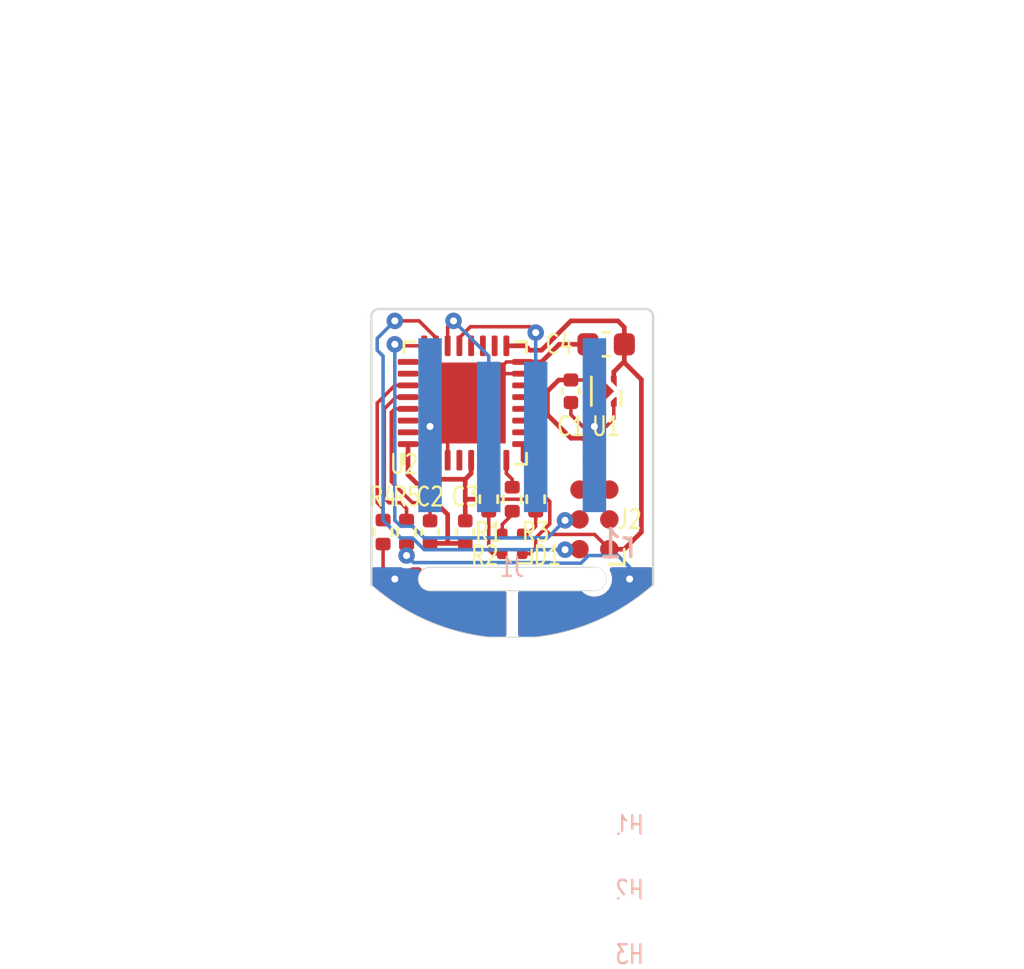
<source format=kicad_pcb>
(kicad_pcb (version 20221018) (generator pcbnew)
  (layers (0 "F.Cu" signal "Front") (31 "B.Cu" signal "Back") (34 "B.Paste" user) (35 "F.Paste" user) (36 "B.SilkS" user "B.Silkscreen") (37 "F.SilkS" user "F.Silkscreen") (38 "B.Mask" user) (39 "F.Mask" user) (44 "Edge.Cuts" user))
  (net 0 "")
  (net 1 "usb.pwr")
  (net 2 "usb.usb.dm")
  (net 3 "usb.usb.dp")
  (net 4 "gnd")
  (net 5 "rgb.red_res.a")
  (net 6 "rgb.signals.red")
  (net 7 "rgb.green_res.a")
  (net 8 "rgb.signals.green")
  (net 9 "rgb.blue_res.a")
  (net 10 "rgb.signals.blue")
  (net 11 "v3v3")
  (net 12 "ts1.io")
  (net 13 "mcu.ic.nrst")
  (net 14 "mcu.swd_node.swdio")
  (net 15 "mcu.swd_node.swclk")
  (net 16 "mcu.swd.swo")
  (net 17 "ts1.b")
  (net 18 "ts2.io")
  (net 19 "ts2.b")
  (net 20 "tss.io")
  (net 21 "mcu.swd.reset")
  (footprint "Resistor_SMD:R_0402_1005Metric" (layer "F.Cu") (at 151 108.1 90)
    (fp_text reference "R3" (at -1.4 0 180) (layer "F.SilkS") (effects (font (size 0.8 0.6) (thickness 0.1))))
    (fp_text value "")
    (fp_line (start -0.153641 -0.38) (end 0.153641 -0.38) (stroke (width 0.12)) (layer "F.SilkS"))
    (fp_line (start -0.153641 0.38) (end 0.153641 0.38) (stroke (width 0.12)) (layer "F.SilkS"))
    (pad "1" smd roundrect (at -0.51 0 90) (size 0.54 0.64) (layers "F.Cu" "F.Paste" "F.Mask") (net 9 "rgb.blue_res.a"))
    (pad "2" smd roundrect (at 0.51 0 90) (size 0.54 0.64) (layers "F.Cu" "F.Paste" "F.Mask") (net 10 "rgb.signals.blue"))
  )
  (footprint "Capacitor_SMD:C_0402_1005Metric" (layer "F.Cu") (at 152.5 103.5 90)
    (fp_text reference "C1" (at -1.5 0 180) (layer "F.SilkS") (effects (font (size 0.8 0.6) (thickness 0.1))))
    (fp_text value "")
    (fp_line (start -0.107836 -0.36) (end 0.107836 -0.36) (stroke (width 0.12)) (layer "F.SilkS"))
    (fp_line (start -0.107836 0.36) (end 0.107836 0.36) (stroke (width 0.12)) (layer "F.SilkS"))
    (pad "1" smd roundrect (at -0.48 0 90) (size 0.56 0.62) (layers "F.Cu" "F.Paste" "F.Mask") (net 1 "usb.pwr"))
    (pad "2" smd roundrect (at 0.48 0 90) (size 0.56 0.62) (layers "F.Cu" "F.Paste" "F.Mask") (net 4 "gnd"))
  )
  (footprint "Capacitor_SMD:C_0402_1005Metric" (layer "F.Cu") (at 146.5 109.5 -90)
    (fp_text reference "C2" (at -1.5 0 -180) (layer "F.SilkS") (effects (font (size 0.8 0.6) (thickness 0.1))))
    (fp_text value "")
    (fp_line (start -0.107836 -0.36) (end 0.107836 -0.36) (stroke (width 0.12)) (layer "F.SilkS"))
    (fp_line (start -0.107836 0.36) (end 0.107836 0.36) (stroke (width 0.12)) (layer "F.SilkS"))
    (pad "1" smd roundrect (at -0.48 0 270) (size 0.56 0.62) (layers "F.Cu" "F.Paste" "F.Mask") (net 20 "tss.io"))
    (pad "2" smd roundrect (at 0.48 0 270) (size 0.56 0.62) (layers "F.Cu" "F.Paste" "F.Mask") (net 4 "gnd"))
  )
  (footprint "Resistor_SMD:R_0402_1005Metric" (layer "F.Cu") (at 149 108.1 90)
    (fp_text reference "R1" (at -1.4 0 180) (layer "F.SilkS") (effects (font (size 0.8 0.6) (thickness 0.1))))
    (fp_text value "")
    (fp_line (start -0.153641 -0.38) (end 0.153641 -0.38) (stroke (width 0.12)) (layer "F.SilkS"))
    (fp_line (start -0.153641 0.38) (end 0.153641 0.38) (stroke (width 0.12)) (layer "F.SilkS"))
    (pad "1" smd roundrect (at -0.51 0 90) (size 0.54 0.64) (layers "F.Cu" "F.Paste" "F.Mask") (net 5 "rgb.red_res.a"))
    (pad "2" smd roundrect (at 0.51 0 90) (size 0.54 0.64) (layers "F.Cu" "F.Paste" "F.Mask") (net 6 "rgb.signals.red"))
  )
  (footprint "Package_DFN_QFN:UDFN-4-1EP_1x1mm_P0.65mm_EP0.48x0.48mm" (layer "F.Cu") (at 154 103.5 -90)
    (fp_text reference "U1" (at 1.5 0 -180) (layer "F.SilkS") (effects (font (size 0.8 0.6) (thickness 0.1))))
    (fp_text value "LP5907SNX-3.3/NOPB (Texas Instruments)")
    (fp_line (start 0.61 -0.63) (end 0 -0.63) (stroke (width 0.12)) (layer "F.SilkS"))
    (fp_line (start 0.61 0.63) (end -0.61 0.63) (stroke (width 0.12)) (layer "F.SilkS"))
    (pad "1" smd custom (at -0.54 -0.325 270) (size 0.22 0.25) (layers "F.Cu" "F.Paste" "F.Mask") (net 11 "v3v3") (options (clearance outline) (anchor rect)) (primitives (gr_poly (pts (xy 0.11 0.125) (xy 0.11 -0.125) (xy 0.36 -0.125)) (width 0) (fill yes))))
    (pad "2" smd custom (at -0.54 0.325 270) (size 0.22 0.25) (layers "F.Cu" "F.Paste" "F.Mask") (net 4 "gnd") (options (clearance outline) (anchor rect)) (primitives (gr_poly (pts (xy 0.29 0.055) (xy 0.29 0.125) (xy 0.11 0.125) (xy 0.11 -0.125)) (width 0) (fill yes))))
    (pad "3" smd custom (at 0.54 0.325 270) (size 0.22 0.25) (layers "F.Cu" "F.Paste" "F.Mask") (net 1 "usb.pwr") (options (clearance outline) (anchor rect)) (primitives (gr_poly (pts (xy -0.11 0.125) (xy -0.29 0.125) (xy -0.29 0.055) (xy -0.11 -0.125)) (width 0) (fill yes))))
    (pad "4" smd custom (at 0.54 -0.325 270) (size 0.22 0.25) (layers "F.Cu" "F.Paste" "F.Mask") (net 1 "usb.pwr") (options (clearance outline) (anchor rect)) (primitives (gr_poly (pts (xy -0.11 0.125) (xy -0.29 -0.055) (xy -0.29 -0.125) (xy -0.11 -0.125)) (width 0) (fill yes))))
    (pad "5" smd rect (at 0 0 315) (size 0.48 0.48) (layers "F.Cu" "F.Paste" "F.Mask") (net 4 "gnd"))
  )
  (footprint "Resistor_SMD:R_0402_1005Metric" (layer "F.Cu") (at 144.5 109.5 -90)
    (fp_text reference "R4" (at -1.5 0 -180) (layer "F.SilkS") (effects (font (size 0.8 0.6) (thickness 0.1))))
    (fp_text value "")
    (fp_line (start -0.153641 -0.38) (end 0.153641 -0.38) (stroke (width 0.12)) (layer "F.SilkS"))
    (fp_line (start -0.153641 0.38) (end 0.153641 0.38) (stroke (width 0.12)) (layer "F.SilkS"))
    (pad "1" smd roundrect (at -0.51 0 270) (size 0.54 0.64) (layers "F.Cu" "F.Paste" "F.Mask") (net 12 "ts1.io"))
    (pad "2" smd roundrect (at 0.51 0 270) (size 0.54 0.64) (layers "F.Cu" "F.Paste" "F.Mask") (net 17 "ts1.b"))
  )
  (footprint "Capacitor_SMD:C_0402_1005Metric" (layer "F.Cu") (at 148 109.5 -90)
    (fp_text reference "C3" (at -1.5 0 -180) (layer "F.SilkS") (effects (font (size 0.8 0.6) (thickness 0.1))))
    (fp_text value "")
    (fp_line (start -0.107836 -0.36) (end 0.107836 -0.36) (stroke (width 0.12)) (layer "F.SilkS"))
    (fp_line (start -0.107836 0.36) (end 0.107836 0.36) (stroke (width 0.12)) (layer "F.SilkS"))
    (pad "1" smd roundrect (at -0.48 0 270) (size 0.56 0.62) (layers "F.Cu" "F.Paste" "F.Mask") (net 11 "v3v3"))
    (pad "2" smd roundrect (at 0.48 0 270) (size 0.56 0.62) (layers "F.Cu" "F.Paste" "F.Mask") (net 4 "gnd"))
  )
  (footprint "LED_SMD:LED_Lumex_SML-LX0404SIUPGUSB" (layer "F.Cu") (at 150 110 180)
    (fp_text reference "D1" (at -1.5 -0.5) (layer "F.SilkS") (effects (font (size 0.8 0.6) (thickness 0.1))))
    (fp_text value "FC-B1010RGBT-HG (Foshan NationStar Optoelectronics)")
    (fp_line (start -0.825 -0.825) (end -0.825 -0.25) (stroke (width 0.1)) (layer "F.SilkS"))
    (fp_line (start -0.25 -0.825) (end -0.825 -0.825) (stroke (width 0.1)) (layer "F.SilkS"))
    (pad "1" smd roundrect (at -0.425 -0.425 180) (size 0.45 0.45) (layers "F.Cu" "F.Paste" "F.Mask") (net 11 "v3v3"))
    (pad "2" smd roundrect (at 0.425 -0.425 180) (size 0.45 0.45) (layers "F.Cu" "F.Paste" "F.Mask") (net 5 "rgb.red_res.a"))
    (pad "3" smd roundrect (at 0.425 0.425 180) (size 0.45 0.45) (layers "F.Cu" "F.Paste" "F.Mask") (net 7 "rgb.green_res.a"))
    (pad "4" smd roundrect (at -0.425 0.425 180) (size 0.45 0.45) (layers "F.Cu" "F.Paste" "F.Mask") (net 9 "rgb.blue_res.a"))
  )
  (footprint "Capacitor_SMD:C_0603_1608Metric" (layer "F.Cu") (at 154 101.5 180)
    (fp_text reference "C4" (at 2 0) (layer "F.SilkS") (effects (font (size 0.8 0.6) (thickness 0.1))))
    (fp_text value "")
    (fp_line (start -0.14058 -0.51) (end 0.14058 -0.51) (stroke (width 0.12)) (layer "F.SilkS"))
    (fp_line (start -0.14058 0.51) (end 0.14058 0.51) (stroke (width 0.12)) (layer "F.SilkS"))
    (pad "1" smd roundrect (at -0.775 0 180) (size 0.9 0.95) (layers "F.Cu" "F.Paste" "F.Mask") (net 11 "v3v3"))
    (pad "2" smd roundrect (at 0.775 0 180) (size 0.9 0.95) (layers "F.Cu" "F.Paste" "F.Mask") (net 4 "gnd"))
  )
  (footprint "Package_DFN_QFN:QFN-32-1EP_5x5mm_P0.5mm_EP3.45x3.45mm" (layer "F.Cu") (at 148 104 90)
    (fp_text reference "U2" (at -2.61 -2.61 180) (layer "F.SilkS") (effects (font (size 0.8 0.6) (thickness 0.1))))
    (fp_text value "STM32L432Kxxx (STMicroelectronics)")
    (fp_line (start -2.61 2.61) (end -2.61 2.135) (stroke (width 0.12)) (layer "F.SilkS"))
    (fp_line (start -2.135 -2.61) (end -2.61 -2.61) (stroke (width 0.12)) (layer "F.SilkS"))
    (fp_line (start -2.135 2.61) (end -2.61 2.61) (stroke (width 0.12)) (layer "F.SilkS"))
    (fp_line (start 2.135 -2.61) (end 2.61 -2.61) (stroke (width 0.12)) (layer "F.SilkS"))
    (fp_line (start 2.135 2.61) (end 2.61 2.61) (stroke (width 0.12)) (layer "F.SilkS"))
    (fp_line (start 2.61 -2.61) (end 2.61 -2.135) (stroke (width 0.12)) (layer "F.SilkS"))
    (fp_line (start 2.61 2.61) (end 2.61 2.135) (stroke (width 0.12)) (layer "F.SilkS"))
    (pad "1" smd roundrect (at -2.4375 -1.75 90) (size 0.875 0.25) (layers "F.Cu" "F.Paste" "F.Mask") (net 11 "v3v3"))
    (pad "2" smd roundrect (at -2.4375 -1.25 90) (size 0.875 0.25) (layers "F.Cu" "F.Paste" "F.Mask"))
    (pad "3" smd roundrect (at -2.4375 -0.75 90) (size 0.875 0.25) (layers "F.Cu" "F.Paste" "F.Mask") (net 4 "gnd"))
    (pad "4" smd roundrect (at -2.4375 -0.25 90) (size 0.875 0.25) (layers "F.Cu" "F.Paste" "F.Mask") (net 13 "mcu.ic.nrst"))
    (pad "5" smd roundrect (at -2.4375 0.25 90) (size 0.875 0.25) (layers "F.Cu" "F.Paste" "F.Mask") (net 11 "v3v3"))
    (pad "6" smd roundrect (at -2.4375 0.75 90) (size 0.875 0.25) (layers "F.Cu" "F.Paste" "F.Mask"))
    (pad "7" smd roundrect (at -2.4375 1.25 90) (size 0.875 0.25) (layers "F.Cu" "F.Paste" "F.Mask") (net 6 "rgb.signals.red"))
    (pad "8" smd roundrect (at -2.4375 1.75 90) (size 0.875 0.25) (layers "F.Cu" "F.Paste" "F.Mask") (net 8 "rgb.signals.green"))
    (pad "9" smd roundrect (at -1.75 2.4375 90) (size 0.25 0.875) (layers "F.Cu" "F.Paste" "F.Mask") (net 10 "rgb.signals.blue"))
    (pad "10" smd roundrect (at -1.25 2.4375 90) (size 0.25 0.875) (layers "F.Cu" "F.Paste" "F.Mask"))
    (pad "11" smd roundrect (at -0.75 2.4375 90) (size 0.25 0.875) (layers "F.Cu" "F.Paste" "F.Mask"))
    (pad "12" smd roundrect (at -0.25 2.4375 90) (size 0.25 0.875) (layers "F.Cu" "F.Paste" "F.Mask"))
    (pad "13" smd roundrect (at 0.25 2.4375 90) (size 0.25 0.875) (layers "F.Cu" "F.Paste" "F.Mask"))
    (pad "14" smd roundrect (at 0.75 2.4375 90) (size 0.25 0.875) (layers "F.Cu" "F.Paste" "F.Mask"))
    (pad "15" smd roundrect (at 1.25 2.4375 90) (size 0.25 0.875) (layers "F.Cu" "F.Paste" "F.Mask") (net 4 "gnd"))
    (pad "16" smd roundrect (at 1.75 2.4375 90) (size 0.25 0.875) (layers "F.Cu" "F.Paste" "F.Mask") (net 4 "gnd"))
    (pad "17" smd roundrect (at 2.4375 1.75 90) (size 0.875 0.25) (layers "F.Cu" "F.Paste" "F.Mask") (net 11 "v3v3"))
    (pad "18" smd roundrect (at 2.4375 1.25 90) (size 0.875 0.25) (layers "F.Cu" "F.Paste" "F.Mask"))
    (pad "19" smd roundrect (at 2.4375 0.75 90) (size 0.875 0.25) (layers "F.Cu" "F.Paste" "F.Mask"))
    (pad "20" smd roundrect (at 2.4375 0.25 90) (size 0.875 0.25) (layers "F.Cu" "F.Paste" "F.Mask"))
    (pad "21" smd roundrect (at 2.4375 -0.25 90) (size 0.875 0.25) (layers "F.Cu" "F.Paste" "F.Mask") (net 2 "usb.usb.dm"))
    (pad "22" smd roundrect (at 2.4375 -0.75 90) (size 0.875 0.25) (layers "F.Cu" "F.Paste" "F.Mask") (net 3 "usb.usb.dp"))
    (pad "23" smd roundrect (at 2.4375 -1.25 90) (size 0.875 0.25) (layers "F.Cu" "F.Paste" "F.Mask") (net 14 "mcu.swd_node.swdio"))
    (pad "24" smd roundrect (at 2.4375 -1.75 90) (size 0.875 0.25) (layers "F.Cu" "F.Paste" "F.Mask") (net 15 "mcu.swd_node.swclk"))
    (pad "25" smd roundrect (at 1.75 -2.4375 90) (size 0.25 0.875) (layers "F.Cu" "F.Paste" "F.Mask"))
    (pad "26" smd roundrect (at 1.25 -2.4375 90) (size 0.25 0.875) (layers "F.Cu" "F.Paste" "F.Mask"))
    (pad "27" smd roundrect (at 0.75 -2.4375 90) (size 0.25 0.875) (layers "F.Cu" "F.Paste" "F.Mask") (net 12 "ts1.io"))
    (pad "28" smd roundrect (at 0.25 -2.4375 90) (size 0.25 0.875) (layers "F.Cu" "F.Paste" "F.Mask") (net 18 "ts2.io"))
    (pad "29" smd roundrect (at -0.25 -2.4375 90) (size 0.25 0.875) (layers "F.Cu" "F.Paste" "F.Mask") (net 20 "tss.io"))
    (pad "30" smd roundrect (at -0.75 -2.4375 90) (size 0.25 0.875) (layers "F.Cu" "F.Paste" "F.Mask"))
    (pad "31" smd roundrect (at -1.25 -2.4375 90) (size 0.25 0.875) (layers "F.Cu" "F.Paste" "F.Mask"))
    (pad "32" smd roundrect (at -1.75 -2.4375 90) (size 0.25 0.875) (layers "F.Cu" "F.Paste" "F.Mask") (net 4 "gnd"))
    (pad "33" smd rect (at 0 0 90) (size 3.45 3.45) (layers "F.Cu" "F.Mask") (net 4 "gnd"))
  )
  (footprint "Connector:Tag-Connect_TC2030-IDC-NL_2x03_P1.27mm_Vertical" (layer "F.Cu") (at 153.5 108.96 90)
    (fp_text reference "J2" (at 0 1.5 180) (layer "F.SilkS") (effects (font (size 0.8 0.6) (thickness 0.1))))
    (fp_text value "")
    (fp_line (start -1.905 1.27) (end -1.905 0.635) (stroke (width 0.12)) (layer "F.SilkS"))
    (fp_line (start -1.27 1.27) (end -1.905 1.27) (stroke (width 0.12)) (layer "F.SilkS"))
    (pad "" np_thru_hole circle (at -2.54 0 90) (size 0.9906 0.9906) (drill 0.9906) (layers "*.Cu" "*.Mask"))
    (pad "" np_thru_hole circle (at 2.54 -1.016 90) (size 0.9906 0.9906) (drill 0.9906) (layers "*.Cu" "*.Mask"))
    (pad "" np_thru_hole circle (at 2.54 1.016 90) (size 0.9906 0.9906) (drill 0.9906) (layers "*.Cu" "*.Mask"))
    (pad "1" connect circle (at -1.27 0.635 90) (size 0.7874 0.7874) (layers "F.Cu" "F.Mask") (net 11 "v3v3"))
    (pad "2" connect circle (at -1.27 -0.635 90) (size 0.7874 0.7874) (layers "F.Cu" "F.Mask") (net 14 "mcu.swd_node.swdio"))
    (pad "3" connect circle (at 0 0.635 90) (size 0.7874 0.7874) (layers "F.Cu" "F.Mask") (net 21 "mcu.swd.reset"))
    (pad "4" connect circle (at 0 -0.635 90) (size 0.7874 0.7874) (layers "F.Cu" "F.Mask") (net 15 "mcu.swd_node.swclk"))
    (pad "5" connect circle (at 1.27 0.635 90) (size 0.7874 0.7874) (layers "F.Cu" "F.Mask") (net 4 "gnd"))
    (pad "6" connect circle (at 1.27 -0.635 90) (size 0.7874 0.7874) (layers "F.Cu" "F.Mask") (net 16 "mcu.swd.swo"))
    (zone (net 0) (net_name "") (layer "F.Cu") (connect_pads (clearance 0)) (min_thickness 0.254)
      (keepout (tracks allowed) (vias not_allowed) (pads allowed) (copperpour not_allowed) (footprints not_allowed))
      (fill (thermal_gap 0.508) (thermal_bridge_width 0.508))
      (polygon (pts (xy 152.865 107.69) (xy 152.865 110.23) (xy 154.135 110.23) (xy 154.135 107.69)))
    )
  )
  (footprint "Resistor_SMD:R_0402_1005Metric" (layer "F.Cu") (at 150 108.1 90)
    (fp_text reference "R2" (at -2.4 -1.17 180) (layer "F.SilkS") (effects (font (size 0.8 0.6) (thickness 0.1))))
    (fp_text value "")
    (fp_line (start -0.153641 -0.38) (end 0.153641 -0.38) (stroke (width 0.12)) (layer "F.SilkS"))
    (fp_line (start -0.153641 0.38) (end 0.153641 0.38) (stroke (width 0.12)) (layer "F.SilkS"))
    (pad "1" smd roundrect (at -0.51 0 90) (size 0.54 0.64) (layers "F.Cu" "F.Paste" "F.Mask") (net 7 "rgb.green_res.a"))
    (pad "2" smd roundrect (at 0.51 0 90) (size 0.54 0.64) (layers "F.Cu" "F.Paste" "F.Mask") (net 8 "rgb.signals.green"))
  )
  (footprint "Resistor_SMD:R_0402_1005Metric" (layer "F.Cu") (at 145.5 109.5 -90)
    (fp_text reference "R5" (at -1.5 0 -180) (layer "F.SilkS") (effects (font (size 0.8 0.6) (thickness 0.1))))
    (fp_text value "")
    (fp_line (start -0.153641 -0.38) (end 0.153641 -0.38) (stroke (width 0.12)) (layer "F.SilkS"))
    (fp_line (start -0.153641 0.38) (end 0.153641 0.38) (stroke (width 0.12)) (layer "F.SilkS"))
    (pad "1" smd roundrect (at -0.51 0 270) (size 0.54 0.64) (layers "F.Cu" "F.Paste" "F.Mask") (net 18 "ts2.io"))
    (pad "2" smd roundrect (at 0.51 0 270) (size 0.54 0.64) (layers "F.Cu" "F.Paste" "F.Mask") (net 19 "ts2.b"))
  )
  (footprint "edg:USB_A_Pads" (layer "B.Cu") (at 150 100 180)
    (fp_text reference "J1" (at 0 -11 unlocked) (layer "B.SilkS") (effects (font (size 0.8 0.6) (thickness 0.1)) (justify mirror)))
    (fp_text value "USB A pads")
    (fp_line (start -6 -0.315) (end -6 -11.75) (stroke (width 0.1)) (layer "Edge.Cuts"))
    (fp_line (start -5.685 0) (end 5.685 0) (stroke (width 0.1)) (layer "Edge.Cuts"))
    (fp_line (start 6 -0.315) (end 6 -11.75) (stroke (width 0.1)) (layer "Edge.Cuts"))
    (fp_arc (start -5.685 0) (mid -5.907739 -0.092261) (end -6 -0.315) (stroke (width 0.1)) (layer "Edge.Cuts"))
    (fp_arc (start 6 -0.315) (mid 5.907739 -0.092261) (end 5.685 0) (stroke (width 0.1)) (layer "Edge.Cuts"))
    (pad "1" smd rect (at -3.5 -4.945 180) (size 1 7.41) (layers "B.Cu" "B.Mask") (net 1 "usb.pwr"))
    (pad "2" smd rect (at -1 -5.445 180) (size 1 6.41) (layers "B.Cu" "B.Mask") (net 2 "usb.usb.dm"))
    (pad "3" smd rect (at 1 -5.445 180) (size 1 6.41) (layers "B.Cu" "B.Mask") (net 3 "usb.usb.dp"))
    (pad "4" smd rect (at 3.5 -4.945 180) (size 1 7.41) (layers "B.Cu" "B.Mask") (net 4 "gnd"))
  )
  (footprint "edg:JlcToolingHole_1.152mm" (layer "B.Cu") (at 155 122.75 180)
    (fp_text reference "H2" (at 0 -2) (layer "B.SilkS") (effects (font (size 0.8 0.6) (thickness 0.1)) (justify mirror)))
    (fp_text value "")
    (pad "" np_thru_hole circle (at 0 0 180) (size 1.152 1.152) (drill 1.152) (layers "*.Cu" "*.Mask"))
  )
  (footprint "edg:JlcToolingHole_1.152mm" (layer "B.Cu") (at 155 125.5 180)
    (fp_text reference "H3" (at 0 -2) (layer "B.SilkS") (effects (font (size 0.8 0.6) (thickness 0.1)) (justify mirror)))
    (fp_text value "")
    (pad "" np_thru_hole circle (at 0 0 180) (size 1.152 1.152) (drill 1.152) (layers "*.Cu" "*.Mask"))
  )
  (footprint "edg:JlcToolingHole_1.152mm" (layer "B.Cu") (at 155 120 180)
    (fp_text reference "H1" (at 0 -2) (layer "B.SilkS") (effects (font (size 0.8 0.6) (thickness 0.1)) (justify mirror)))
    (fp_text value "")
    (pad "" np_thru_hole circle (at 0 0 180) (size 1.152 1.152) (drill 1.152) (layers "*.Cu" "*.Mask"))
  )
  (gr_arc (start 155.999999 111.749999) (mid 153.671607 113.251168) (end 150.997722 113.975914) (stroke (width 0.0381)) (layer "Edge.Cuts"))
  (gr_arc (start 153.5 111) (mid 154 111.5) (end 153.5 112) (stroke (width 0.0381)) (layer "Edge.Cuts"))
  (gr_line (start 146.5 111) (end 153.5 111) (stroke (width 0.0381)) (layer "Edge.Cuts"))
  (gr_arc (start 146.5 112) (mid 146 111.5) (end 146.5 111) (stroke (width 0.0381)) (layer "Edge.Cuts"))
  (gr_line (start 153.5 112) (end 146.5 112) (stroke (width 0.0381)) (layer "Edge.Cuts"))
  (gr_arc (start 149.002278 113.975914) (mid 146.328393 113.251168) (end 144.000001 111.749999) (stroke (width 0.0381)) (layer "Edge.Cuts"))
  (gr_line (start 149.002278 113.975914) (end 150.997722 113.975914) (stroke (width 0.0381)) (layer "Edge.Cuts"))
  (gr_text "r1" (at 154.5 110) (layer "B.SilkS") (effects (font (size 1.2 1)) (justify mirror)))
  (segment (start 154.325 104.25) (end 154.325 104.04) (width 0.15) (layer "F.Cu") (net 1))
  (segment (start 154 105) (end 153 105) (width 0.15) (layer "F.Cu") (net 1))
  (segment (start 152.5 103.98) (end 152.5 104.5) (width 0.15) (layer "F.Cu") (net 1))
  (segment (start 153.675 104.04) (end 153.675 104.825) (width 0.15) (layer "F.Cu") (net 1))
  (segment (start 154.325 104.25) (end 154.325 104.675) (width 0.15) (layer "F.Cu") (net 1))
  (segment (start 153.675 104.825) (end 153.5 105) (width 0.15) (layer "F.Cu") (net 1))
  (segment (start 154.325 104.675) (end 154 105) (width 0.15) (layer "F.Cu") (net 1))
  (segment (start 152.5 104.5) (end 153 105) (width 0.15) (layer "F.Cu") (net 1))
  (via (at 153.5 105) (size 0.7) (drill 0.3) (layers "F.Cu" "B.Cu") (net 1))
  (segment (start 153.5 104.945) (end 153.5 105) (width 0.15) (layer "B.Cu") (net 1))
  (segment (start 150.75 100.75) (end 151 101) (width 0.15) (layer "F.Cu") (net 2))
  (segment (start 147.75 101.5625) (end 147.75 101.25) (width 0.15) (layer "F.Cu") (net 2))
  (segment (start 147.75 101.25) (end 147.734207 101.234207) (width 0.15) (layer "F.Cu") (net 2))
  (segment (start 147.734207 101.234207) (end 148.218414 100.75) (width 0.15) (layer "F.Cu") (net 2))
  (segment (start 148.218414 100.75) (end 150.75 100.75) (width 0.15) (layer "F.Cu") (net 2))
  (via (at 151 101) (size 0.7) (drill 0.3) (layers "F.Cu" "B.Cu") (net 2))
  (segment (start 151 101) (end 151 105.445) (width 0.15) (layer "B.Cu") (net 2))
  (segment (start 147.25 100.75) (end 147.5 100.5) (width 0.15) (layer "F.Cu") (net 3))
  (segment (start 147.25 101.5625) (end 147.25 100.75) (width 0.15) (layer "F.Cu") (net 3))
  (via (at 147.5 100.5) (size 0.7) (drill 0.3) (layers "F.Cu" "B.Cu") (net 3))
  (segment (start 147.5 100.5) (end 149 102) (width 0.15) (layer "B.Cu") (net 3))
  (segment (start 149 102) (end 149 105.445) (width 0.15) (layer "B.Cu") (net 3))
  (segment (start 152.5 103.02) (end 151.98 103.02) (width 0.2) (layer "F.Cu") (net 4))
  (segment (start 148 109.98) (end 146.5 109.98) (width 0.2) (layer "F.Cu") (net 4))
  (segment (start 153.225 101.5) (end 153.225 102.225) (width 0.2) (layer "F.Cu") (net 4))
  (segment (start 154 103.5) (end 153.675 103.175) (width 0.15) (layer "F.Cu") (net 4))
  (segment (start 152.5 103.02) (end 153.615 103.02) (width 0.15) (layer "F.Cu") (net 4))
  (segment (start 152.5 105.5) (end 153 105.5) (width 0.2) (layer "F.Cu") (net 4))
  (segment (start 153.675 102.675) (end 153.675 102.96) (width 0.2) (layer "F.Cu") (net 4))
  (segment (start 153.225 102.225) (end 153.675 102.675) (width 0.2) (layer "F.Cu") (net 4))
  (segment (start 146.5 109.98) (end 147.25 109.98) (width 0.15) (layer "F.Cu") (net 4))
  (segment (start 153.5 107.055) (end 154.135 107.69) (width 0.2) (layer "F.Cu") (net 4))
  (segment (start 147.5 104) (end 146.5 105) (width 0.15) (layer "F.Cu") (net 4))
  (segment (start 147.25 109.98) (end 147.25 108.75) (width 0.2) (layer "F.Cu") (net 4))
  (segment (start 147.25 108.75) (end 145.5625 107.0625) (width 0.2) (layer "F.Cu") (net 4))
  (segment (start 153.225 101.5) (end 152 101.5) (width 0.2) (layer "F.Cu") (net 4))
  (segment (start 152 101.5) (end 151.25 102.25) (width 0.2) (layer "F.Cu") (net 4))
  (segment (start 146.25 105.75) (end 148 104) (width 0.15) (layer "F.Cu") (net 4))
  (segment (start 151.5 103.5) (end 151.5 104.5) (width 0.2) (layer "F.Cu") (net 4))
  (segment (start 153.615 103.02) (end 153.675 102.96) (width 0.15) (layer "F.Cu") (net 4))
  (segment (start 147.25 106.4375) (end 147.25 105.5) (width 0.15) (layer "F.Cu") (net 4))
  (segment (start 151.25 102.25) (end 150.4375 102.25) (width 0.2) (layer "F.Cu") (net 4))
  (segment (start 153.5 106) (end 153.5 107.055) (width 0.2) (layer "F.Cu") (net 4))
  (segment (start 153 105.5) (end 153.5 106) (width 0.2) (layer "F.Cu") (net 4))
  (segment (start 148 104) (end 149.75 102.25) (width 0.15) (layer "F.Cu") (net 4))
  (segment (start 145.5625 107.0625) (end 145.5625 105.75) (width 0.2) (layer "F.Cu") (net 4))
  (segment (start 153.675 103.175) (end 153.675 102.96) (width 0.15) (layer "F.Cu") (net 4))
  (segment (start 147.25 109.98) (end 148 109.98) (width 0.15) (layer "F.Cu") (net 4))
  (segment (start 145.5625 105.75) (end 146.25 105.75) (width 0.15) (layer "F.Cu") (net 4))
  (segment (start 148 104) (end 147.5 104) (width 0.15) (layer "F.Cu") (net 4))
  (segment (start 149.75 102.25) (end 150.4375 102.25) (width 0.15) (layer "F.Cu") (net 4))
  (segment (start 150.4375 102.75) (end 149.5 102.75) (width 0.15) (layer "F.Cu") (net 4))
  (segment (start 151.5 104.5) (end 152.5 105.5) (width 0.2) (layer "F.Cu") (net 4))
  (segment (start 151.98 103.02) (end 151.5 103.5) (width 0.2) (layer "F.Cu") (net 4))
  (via (at 146.5 105) (size 0.7) (drill 0.3) (layers "F.Cu" "B.Cu") (net 4))
  (segment (start 149 110.25) (end 149 108.61) (width 0.15) (layer "F.Cu") (net 5))
  (segment (start 149.175 110.425) (end 149 110.25) (width 0.15) (layer "F.Cu") (net 5))
  (segment (start 149.575 110.425) (end 149.175 110.425) (width 0.15) (layer "F.Cu") (net 5))
  (segment (start 149 107.25) (end 149.25 107) (width 0.15) (layer "F.Cu") (net 6))
  (segment (start 149.25 107) (end 149.25 106.4375) (width 0.15) (layer "F.Cu") (net 6))
  (segment (start 149 107.59) (end 149 107.25) (width 0.15) (layer "F.Cu") (net 6))
  (segment (start 150 108.75) (end 149.575 109.175) (width 0.15) (layer "F.Cu") (net 7))
  (segment (start 150 108.61) (end 150 108.75) (width 0.15) (layer "F.Cu") (net 7))
  (segment (start 149.575 109.175) (end 149.575 109.575) (width 0.15) (layer "F.Cu") (net 7))
  (segment (start 150 107.25) (end 150 107.59) (width 0.15) (layer "F.Cu") (net 8))
  (segment (start 149.75 107) (end 150 107.25) (width 0.15) (layer "F.Cu") (net 8))
  (segment (start 149.75 106.4375) (end 149.75 107) (width 0.15) (layer "F.Cu") (net 8))
  (segment (start 151 109.25) (end 151 108.61) (width 0.15) (layer "F.Cu") (net 9))
  (segment (start 150.675 109.575) (end 151 109.25) (width 0.15) (layer "F.Cu") (net 9))
  (segment (start 150.425 109.575) (end 150.675 109.575) (width 0.15) (layer "F.Cu") (net 9))
  (segment (start 151 107) (end 151 107.59) (width 0.15) (layer "F.Cu") (net 10))
  (segment (start 150.4375 106.4375) (end 151 107) (width 0.15) (layer "F.Cu") (net 10))
  (segment (start 150.4375 105.75) (end 150.4375 106.4375) (width 0.15) (layer "F.Cu") (net 10))
  (segment (start 153.505 109.6) (end 154.135 110.23) (width 0.15) (layer "F.Cu") (net 11))
  (segment (start 152.5 109.6) (end 152 109.6) (width 0.15) (layer "F.Cu") (net 11))
  (segment (start 146.5 107.25) (end 146.25 107) (width 0.2) (layer "F.Cu") (net 11))
  (segment (start 148 107.25) (end 146.5 107.25) (width 0.2) (layer "F.Cu") (net 11))
  (segment (start 154.775 102.225) (end 154.775 101.5) (width 0.2) (layer "F.Cu") (net 11))
  (segment (start 148.25 107) (end 148 107.25) (width 0.2) (layer "F.Cu") (net 11))
  (segment (start 155.5 109.5) (end 154.77 110.23) (width 0.2) (layer "F.Cu") (net 11))
  (segment (start 148 108.093998) (end 148 109.02) (width 0.2) (layer "F.Cu") (net 11))
  (segment (start 154.775 100.775) (end 154.775 101.5) (width 0.2) (layer "F.Cu") (net 11))
  (segment (start 152 109.6) (end 151.6 109.6) (width 0.15) (layer "F.Cu") (net 11))
  (segment (start 155.5 103) (end 154.775 102.275) (width 0.2) (layer "F.Cu") (net 11))
  (segment (start 148.25 106.4375) (end 148.25 107) (width 0.2) (layer "F.Cu") (net 11))
  (segment (start 151.6 108.2) (end 151.5 108.1) (width 0.15) (layer "F.Cu") (net 11))
  (segment (start 151 110.175) (end 150.9625 110.2125) (width 0.15) (layer "F.Cu") (net 11))
  (segment (start 155.5 103) (end 155.5 109.5) (width 0.2) (layer "F.Cu") (net 11))
  (segment (start 154.325 102.675) (end 154.775 102.225) (width 0.2) (layer "F.Cu") (net 11))
  (segment (start 150.425 110.425) (end 150.75 110.425) (width 0.15) (layer "F.Cu") (net 11))
  (segment (start 151.6 109.15) (end 151.6 108.2) (width 0.15) (layer "F.Cu") (net 11))
  (segment (start 148 107.25) (end 148 108.093998) (width 0.2) (layer "F.Cu") (net 11))
  (segment (start 151.5 108.1) (end 148.5 108.1) (width 0.15) (layer "F.Cu") (net 11))
  (segment (start 150.5625 101.5625) (end 150.75 101.75) (width 0.2) (layer "F.Cu") (net 11))
  (segment (start 151.375 109.375) (end 151.6 109.15) (width 0.15) (layer "F.Cu") (net 11))
  (segment (start 150.9625 110.2125) (end 150.75 110.425) (width 0.15) (layer "F.Cu") (net 11))
  (segment (start 150.75 101.75) (end 151.25 101.75) (width 0.2) (layer "F.Cu") (net 11))
  (segment (start 151.375 109.375) (end 151 109.75) (width 0.15) (layer "F.Cu") (net 11))
  (segment (start 149.75 101.5625) (end 150.5625 101.5625) (width 0.2) (layer "F.Cu") (net 11))
  (segment (start 154.77 110.23) (end 154.135 110.23) (width 0.2) (layer "F.Cu") (net 11))
  (segment (start 152.5 109.6) (end 153.505 109.6) (width 0.15) (layer "F.Cu") (net 11))
  (segment (start 148.006002 108.1) (end 148 108.093998) (width 0.2) (layer "F.Cu") (net 11))
  (segment (start 148.5 108.1) (end 148.006002 108.1) (width 0.2) (layer "F.Cu") (net 11))
  (segment (start 151.25 101.75) (end 152.5 100.5) (width 0.2) (layer "F.Cu") (net 11))
  (segment (start 151 109.75) (end 151 110.175) (width 0.15) (layer "F.Cu") (net 11))
  (segment (start 154.325 102.96) (end 154.325 102.675) (width 0.2) (layer "F.Cu") (net 11))
  (segment (start 152.5 100.5) (end 154.5 100.5) (width 0.2) (layer "F.Cu") (net 11))
  (segment (start 146.25 106.4375) (end 146.25 107) (width 0.2) (layer "F.Cu") (net 11))
  (segment (start 154.775 102.275) (end 154.775 102.225) (width 0.2) (layer "F.Cu") (net 11))
  (segment (start 151.6 109.6) (end 151.375 109.375) (width 0.15) (layer "F.Cu") (net 11))
  (segment (start 154.5 100.5) (end 154.775 100.775) (width 0.2) (layer "F.Cu") (net 11))
  (segment (start 145.5 103.25) (end 145 103.25) (width 0.15) (layer "F.Cu") (net 12))
  (segment (start 145 103.25) (end 144.25 104) (width 0.15) (layer "F.Cu") (net 12))
  (segment (start 144.25 104) (end 144.25 108.25) (width 0.15) (layer "F.Cu") (net 12))
  (segment (start 144.5 108.5) (end 144.5 108.99) (width 0.15) (layer "F.Cu") (net 12))
  (segment (start 144.25 108.25) (end 144.5 108.5) (width 0.15) (layer "F.Cu") (net 12))
  (segment (start 152.25 110.25) (end 152.27 110.23) (width 0.15) (layer "F.Cu") (net 14))
  (segment (start 146.031586 100.5) (end 146.75 101.218414) (width 0.15) (layer "F.Cu") (net 14))
  (segment (start 145 100.5) (end 146.031586 100.5) (width 0.15) (layer "F.Cu") (net 14))
  (segment (start 146.75 101.218414) (end 146.75 101.5625) (width 0.15) (layer "F.Cu") (net 14))
  (segment (start 152.27 110.23) (end 152.865 110.23) (width 0.15) (layer "F.Cu") (net 14))
  (via (at 145 100.5) (size 0.7) (drill 0.3) (layers "F.Cu" "B.Cu") (net 14))
  (via (at 152.25 110.25) (size 0.7) (drill 0.3) (layers "F.Cu" "B.Cu") (net 14))
  (segment (start 144.5 102) (end 144.25 101.75) (width 0.15) (layer "B.Cu") (net 14))
  (segment (start 144.5 109) (end 144.5 102) (width 0.15) (layer "B.Cu") (net 14))
  (segment (start 152.25 110.25) (end 146.25 110.25) (width 0.15) (layer "B.Cu") (net 14))
  (segment (start 144.25 101.75) (end 144.25 101.25) (width 0.15) (layer "B.Cu") (net 14))
  (segment (start 145.25 109.75) (end 144.5 109) (width 0.15) (layer "B.Cu") (net 14))
  (segment (start 145.75 109.75) (end 145.25 109.75) (width 0.15) (layer "B.Cu") (net 14))
  (segment (start 144.25 101.25) (end 145 100.5) (width 0.15) (layer "B.Cu") (net 14))
  (segment (start 146.25 110.25) (end 145.75 109.75) (width 0.15) (layer "B.Cu") (net 14))
  (segment (start 145.0625 101.5625) (end 146.25 101.5625) (width 0.15) (layer "F.Cu") (net 15))
  (segment (start 152.29 108.96) (end 152.865 108.96) (width 0.15) (layer "F.Cu") (net 15))
  (segment (start 145 101.5) (end 145.0625 101.5625) (width 0.15) (layer "F.Cu") (net 15))
  (segment (start 152.25 109) (end 152.29 108.96) (width 0.15) (layer "F.Cu") (net 15))
  (via (at 152.25 109) (size 0.7) (drill 0.3) (layers "F.Cu" "B.Cu") (net 15))
  (via (at 145 101.5) (size 0.7) (drill 0.3) (layers "F.Cu" "B.Cu") (net 15))
  (segment (start 146.25 109.75) (end 145.75 109.25) (width 0.15) (layer "B.Cu") (net 15))
  (segment (start 152.25 109) (end 151.5 109.75) (width 0.15) (layer "B.Cu") (net 15))
  (segment (start 145.75 109.25) (end 145.25 109.25) (width 0.15) (layer "B.Cu") (net 15))
  (segment (start 151.5 109.75) (end 146.25 109.75) (width 0.15) (layer "B.Cu") (net 15))
  (segment (start 145 109) (end 145 101.5) (width 0.15) (layer "B.Cu") (net 15))
  (segment (start 145.25 109.25) (end 145 109) (width 0.15) (layer "B.Cu") (net 15))
  (segment (start 145 111.5) (end 144.5 111) (width 0.15) (layer "F.Cu") (net 17))
  (segment (start 144.5 111) (end 144.5 110.01) (width 0.15) (layer "F.Cu") (net 17))
  (via (at 145 111.5) (size 0.7) (drill 0.3) (layers "F.Cu" "B.Cu") (net 17))
  (segment (start 144.75 108.25) (end 145.25 108.25) (width 0.15) (layer "F.Cu") (net 18))
  (segment (start 145.5 103.75) (end 145.05 103.75) (width 0.15) (layer "F.Cu") (net 18))
  (segment (start 145.5 108.5) (end 145.5 108.99) (width 0.15) (layer "F.Cu") (net 18))
  (segment (start 145.25 108.25) (end 145.5 108.5) (width 0.15) (layer "F.Cu") (net 18))
  (segment (start 144.55 108.05) (end 144.75 108.25) (width 0.15) (layer "F.Cu") (net 18))
  (segment (start 145.05 103.75) (end 144.55 104.25) (width 0.15) (layer "F.Cu") (net 18))
  (segment (start 144.55 104.25) (end 144.55 108.05) (width 0.15) (layer "F.Cu") (net 18))
  (segment (start 145.5 110.01) (end 145.5 110.5) (width 0.15) (layer "F.Cu") (net 19))
  (via (at 145.5 110.5) (size 0.7) (drill 0.3) (layers "F.Cu" "B.Cu") (net 19))
  (via (at 155 111.5) (size 0.7) (drill 0.3) (layers "F.Cu" "B.Cu") (net 19))
  (segment (start 155 111) (end 154.5 110.5) (width 0.15) (layer "B.Cu") (net 19))
  (segment (start 151.6 110.8) (end 145.8 110.8) (width 0.15) (layer "B.Cu") (net 19))
  (segment (start 153.25 110.5) (end 152.925 110.825) (width 0.15) (layer "B.Cu") (net 19))
  (segment (start 155 111.5) (end 155 111) (width 0.15) (layer "B.Cu") (net 19))
  (segment (start 152.925 110.825) (end 151.625 110.825) (width 0.15) (layer "B.Cu") (net 19))
  (segment (start 145.8 110.8) (end 145.5 110.5) (width 0.15) (layer "B.Cu") (net 19))
  (segment (start 151.625 110.825) (end 151.6 110.8) (width 0.15) (layer "B.Cu") (net 19))
  (segment (start 154.5 110.5) (end 153.25 110.5) (width 0.15) (layer "B.Cu") (net 19))
  (segment (start 145 104.25) (end 145.5 104.25) (width 0.15) (layer "F.Cu") (net 20))
  (segment (start 146.5 109.02) (end 146.5 108.5) (width 0.15) (layer "F.Cu") (net 20))
  (segment (start 145.75 108.25) (end 144.85 107.35) (width 0.15) (layer "F.Cu") (net 20))
  (segment (start 144.85 104.4) (end 145 104.25) (width 0.15) (layer "F.Cu") (net 20))
  (segment (start 146.5 108.5) (end 146.25 108.25) (width 0.15) (layer "F.Cu") (net 20))
  (segment (start 146.25 108.25) (end 145.75 108.25) (width 0.15) (layer "F.Cu") (net 20))
  (segment (start 144.85 107.35) (end 144.85 104.4) (width 0.15) (layer "F.Cu") (net 20))
  (zone (net 17) (net_name "ts1.b") (layers "F&B.Cu") (connect_pads (clearance 0.2)) (min_thickness 0.2) (fill yes (thermal_gap 0.2) (thermal_bridge_width 0.2))
    (polygon (pts (xy 149.75 111) (xy 149.75 114.25) (xy 143.75 114.25) (xy 143.75 111)))
  )
  (zone (net 19) (net_name "ts2.b") (layers "F&B.Cu") (connect_pads (clearance 0.2)) (min_thickness 0.2) (fill yes (thermal_gap 0.2) (thermal_bridge_width 0.2))
    (polygon (pts (xy 156.25 111) (xy 156.25 114.25) (xy 150.25 114.25) (xy 150.25 111)))
  )
)
</source>
